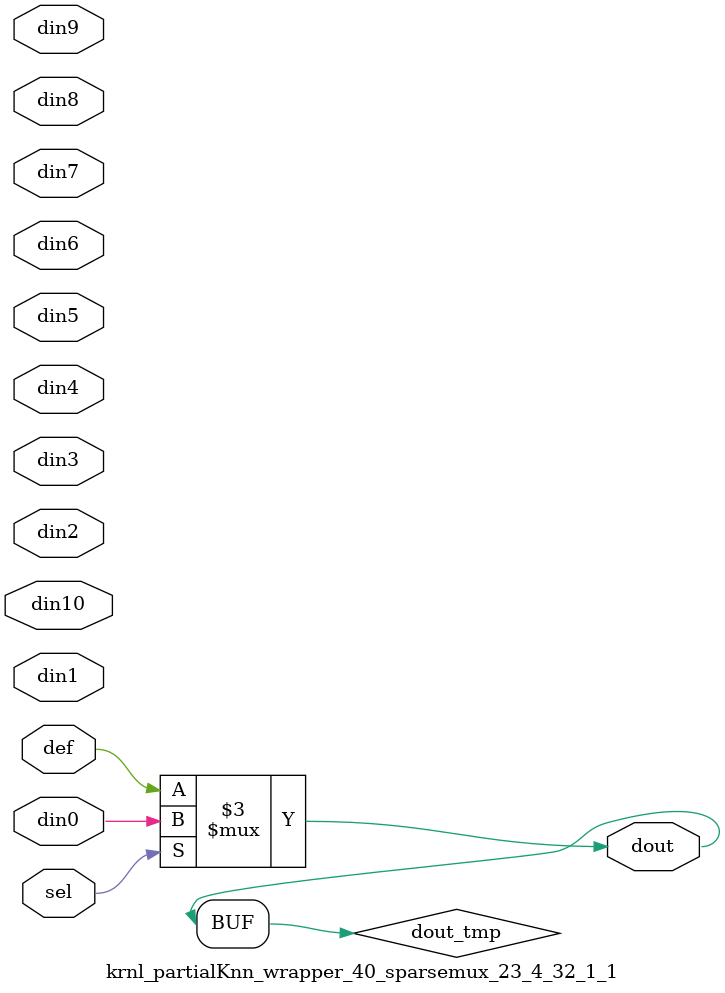
<source format=v>
`timescale 1 ns / 1 ps
module krnl_partialKnn_wrapper_40_sparsemux_23_4_32_1_1 (din0,din1,din2,din3,din4,din5,din6,din7,din8,din9,din10,def,sel,dout);
parameter din0_WIDTH = 1;
parameter din1_WIDTH = 1;
parameter din2_WIDTH = 1;
parameter din3_WIDTH = 1;
parameter din4_WIDTH = 1;
parameter din5_WIDTH = 1;
parameter din6_WIDTH = 1;
parameter din7_WIDTH = 1;
parameter din8_WIDTH = 1;
parameter din9_WIDTH = 1;
parameter din10_WIDTH = 1;
parameter def_WIDTH = 1;
parameter sel_WIDTH = 1;
parameter dout_WIDTH = 1;
parameter [sel_WIDTH-1:0] CASE0 = 1;
parameter [sel_WIDTH-1:0] CASE1 = 1;
parameter [sel_WIDTH-1:0] CASE2 = 1;
parameter [sel_WIDTH-1:0] CASE3 = 1;
parameter [sel_WIDTH-1:0] CASE4 = 1;
parameter [sel_WIDTH-1:0] CASE5 = 1;
parameter [sel_WIDTH-1:0] CASE6 = 1;
parameter [sel_WIDTH-1:0] CASE7 = 1;
parameter [sel_WIDTH-1:0] CASE8 = 1;
parameter [sel_WIDTH-1:0] CASE9 = 1;
parameter [sel_WIDTH-1:0] CASE10 = 1;
parameter ID = 1;
parameter NUM_STAGE = 1;
input [din0_WIDTH-1:0] din0;
input [din1_WIDTH-1:0] din1;
input [din2_WIDTH-1:0] din2;
input [din3_WIDTH-1:0] din3;
input [din4_WIDTH-1:0] din4;
input [din5_WIDTH-1:0] din5;
input [din6_WIDTH-1:0] din6;
input [din7_WIDTH-1:0] din7;
input [din8_WIDTH-1:0] din8;
input [din9_WIDTH-1:0] din9;
input [din10_WIDTH-1:0] din10;
input [def_WIDTH-1:0] def;
input [sel_WIDTH-1:0] sel;
output [dout_WIDTH-1:0] dout;
reg [dout_WIDTH-1:0] dout_tmp;
always @ (*) begin
case (sel)
    
    CASE0 : dout_tmp = din0;
    
    CASE1 : dout_tmp = din1;
    
    CASE2 : dout_tmp = din2;
    
    CASE3 : dout_tmp = din3;
    
    CASE4 : dout_tmp = din4;
    
    CASE5 : dout_tmp = din5;
    
    CASE6 : dout_tmp = din6;
    
    CASE7 : dout_tmp = din7;
    
    CASE8 : dout_tmp = din8;
    
    CASE9 : dout_tmp = din9;
    
    CASE10 : dout_tmp = din10;
    
    default : dout_tmp = def;
endcase
end
assign dout = dout_tmp;
endmodule
</source>
